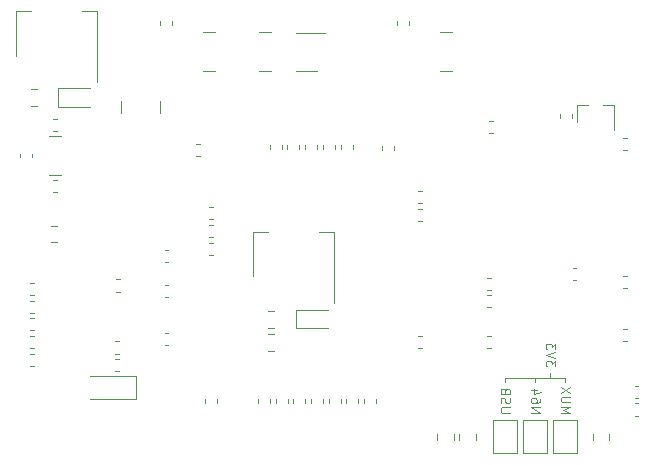
<source format=gbr>
G04 #@! TF.GenerationSoftware,KiCad,Pcbnew,(5.1.6-0-10_14)*
G04 #@! TF.CreationDate,2020-08-15T08:11:16-07:00*
G04 #@! TF.ProjectId,fpga-ice40,66706761-2d69-4636-9534-302e6b696361,r0.1*
G04 #@! TF.SameCoordinates,Original*
G04 #@! TF.FileFunction,Legend,Bot*
G04 #@! TF.FilePolarity,Positive*
%FSLAX46Y46*%
G04 Gerber Fmt 4.6, Leading zero omitted, Abs format (unit mm)*
G04 Created by KiCad (PCBNEW (5.1.6-0-10_14)) date 2020-08-15 08:11:16*
%MOMM*%
%LPD*%
G01*
G04 APERTURE LIST*
%ADD10C,0.120000*%
G04 APERTURE END LIST*
D10*
X182775000Y-103800000D02*
X182775000Y-103400000D01*
X181500000Y-104200000D02*
X181500000Y-103800000D01*
X183213095Y-102857714D02*
X183213095Y-102362476D01*
X182908333Y-102629142D01*
X182908333Y-102514857D01*
X182870238Y-102438666D01*
X182832142Y-102400571D01*
X182755952Y-102362476D01*
X182565476Y-102362476D01*
X182489285Y-102400571D01*
X182451190Y-102438666D01*
X182413095Y-102514857D01*
X182413095Y-102743428D01*
X182451190Y-102819619D01*
X182489285Y-102857714D01*
X183213095Y-102133904D02*
X182413095Y-101867238D01*
X183213095Y-101600571D01*
X183213095Y-101410095D02*
X183213095Y-100914857D01*
X182908333Y-101181523D01*
X182908333Y-101067238D01*
X182870238Y-100991047D01*
X182832142Y-100952952D01*
X182755952Y-100914857D01*
X182565476Y-100914857D01*
X182489285Y-100952952D01*
X182451190Y-100991047D01*
X182413095Y-101067238D01*
X182413095Y-101295809D01*
X182451190Y-101372000D01*
X182489285Y-101410095D01*
X184050000Y-103800000D02*
X184050000Y-104200000D01*
X178950000Y-103800000D02*
X184050000Y-103800000D01*
X178950000Y-104200000D02*
X178950000Y-103800000D01*
X183688095Y-106781523D02*
X184488095Y-106781523D01*
X183916666Y-106514857D01*
X184488095Y-106248190D01*
X183688095Y-106248190D01*
X184488095Y-105867238D02*
X183840476Y-105867238D01*
X183764285Y-105829142D01*
X183726190Y-105791047D01*
X183688095Y-105714857D01*
X183688095Y-105562476D01*
X183726190Y-105486285D01*
X183764285Y-105448190D01*
X183840476Y-105410095D01*
X184488095Y-105410095D01*
X184488095Y-105105333D02*
X183688095Y-104572000D01*
X184488095Y-104572000D02*
X183688095Y-105105333D01*
X181138095Y-106781523D02*
X181938095Y-106781523D01*
X181138095Y-106324380D01*
X181938095Y-106324380D01*
X181938095Y-105600571D02*
X181938095Y-105752952D01*
X181900000Y-105829142D01*
X181861904Y-105867238D01*
X181747619Y-105943428D01*
X181595238Y-105981523D01*
X181290476Y-105981523D01*
X181214285Y-105943428D01*
X181176190Y-105905333D01*
X181138095Y-105829142D01*
X181138095Y-105676761D01*
X181176190Y-105600571D01*
X181214285Y-105562476D01*
X181290476Y-105524380D01*
X181480952Y-105524380D01*
X181557142Y-105562476D01*
X181595238Y-105600571D01*
X181633333Y-105676761D01*
X181633333Y-105829142D01*
X181595238Y-105905333D01*
X181557142Y-105943428D01*
X181480952Y-105981523D01*
X181671428Y-104838666D02*
X181138095Y-104838666D01*
X181976190Y-105029142D02*
X181404761Y-105219619D01*
X181404761Y-104724380D01*
X179388095Y-106781523D02*
X178740476Y-106781523D01*
X178664285Y-106743428D01*
X178626190Y-106705333D01*
X178588095Y-106629142D01*
X178588095Y-106476761D01*
X178626190Y-106400571D01*
X178664285Y-106362476D01*
X178740476Y-106324380D01*
X179388095Y-106324380D01*
X178626190Y-105981523D02*
X178588095Y-105867238D01*
X178588095Y-105676761D01*
X178626190Y-105600571D01*
X178664285Y-105562476D01*
X178740476Y-105524380D01*
X178816666Y-105524380D01*
X178892857Y-105562476D01*
X178930952Y-105600571D01*
X178969047Y-105676761D01*
X179007142Y-105829142D01*
X179045238Y-105905333D01*
X179083333Y-105943428D01*
X179159523Y-105981523D01*
X179235714Y-105981523D01*
X179311904Y-105943428D01*
X179350000Y-105905333D01*
X179388095Y-105829142D01*
X179388095Y-105638666D01*
X179350000Y-105524380D01*
X179007142Y-104914857D02*
X178969047Y-104800571D01*
X178930952Y-104762476D01*
X178854761Y-104724380D01*
X178740476Y-104724380D01*
X178664285Y-104762476D01*
X178626190Y-104800571D01*
X178588095Y-104876761D01*
X178588095Y-105181523D01*
X179388095Y-105181523D01*
X179388095Y-104914857D01*
X179350000Y-104838666D01*
X179311904Y-104800571D01*
X179235714Y-104762476D01*
X179159523Y-104762476D01*
X179083333Y-104800571D01*
X179045238Y-104838666D01*
X179007142Y-104914857D01*
X179007142Y-105181523D01*
X177762779Y-95340000D02*
X177437221Y-95340000D01*
X177762779Y-96360000D02*
X177437221Y-96360000D01*
X185012779Y-94540000D02*
X184687221Y-94540000D01*
X185012779Y-95560000D02*
X184687221Y-95560000D01*
X189937221Y-107010000D02*
X190262779Y-107010000D01*
X189937221Y-105990000D02*
X190262779Y-105990000D01*
X177950000Y-110200000D02*
X179950000Y-110200000D01*
X177950000Y-107400000D02*
X177950000Y-110200000D01*
X179950000Y-107400000D02*
X177950000Y-107400000D01*
X179950000Y-110200000D02*
X179950000Y-107400000D01*
X180500000Y-110200000D02*
X182500000Y-110200000D01*
X180500000Y-107400000D02*
X180500000Y-110200000D01*
X182500000Y-107400000D02*
X180500000Y-107400000D01*
X182500000Y-110200000D02*
X182500000Y-107400000D01*
X183050000Y-110200000D02*
X185050000Y-110200000D01*
X183050000Y-107400000D02*
X183050000Y-110200000D01*
X185050000Y-107400000D02*
X183050000Y-107400000D01*
X185050000Y-110200000D02*
X185050000Y-107400000D01*
X187810000Y-109058578D02*
X187810000Y-108541422D01*
X186390000Y-109058578D02*
X186390000Y-108541422D01*
X145987221Y-101760000D02*
X146312779Y-101760000D01*
X145987221Y-100740000D02*
X146312779Y-100740000D01*
X163950000Y-99635000D02*
X161240000Y-99635000D01*
X161240000Y-99635000D02*
X161240000Y-98065000D01*
X161240000Y-98065000D02*
X163950000Y-98065000D01*
X143850000Y-80885000D02*
X141140000Y-80885000D01*
X141140000Y-80885000D02*
X141140000Y-79315000D01*
X141140000Y-79315000D02*
X143850000Y-79315000D01*
X154212779Y-89390000D02*
X153887221Y-89390000D01*
X154212779Y-90410000D02*
X153887221Y-90410000D01*
X140491422Y-92360000D02*
X141008578Y-92360000D01*
X140491422Y-90940000D02*
X141008578Y-90940000D01*
X159408578Y-98140000D02*
X158891422Y-98140000D01*
X159408578Y-99560000D02*
X158891422Y-99560000D01*
X139358578Y-79390000D02*
X138841422Y-79390000D01*
X139358578Y-80810000D02*
X138841422Y-80810000D01*
X138787221Y-102810000D02*
X139112779Y-102810000D01*
X138787221Y-101790000D02*
X139112779Y-101790000D01*
X177962779Y-82090000D02*
X177637221Y-82090000D01*
X177962779Y-83110000D02*
X177637221Y-83110000D01*
X165540000Y-105587221D02*
X165540000Y-105912779D01*
X166560000Y-105587221D02*
X166560000Y-105912779D01*
X167040000Y-105587221D02*
X167040000Y-105912779D01*
X168060000Y-105587221D02*
X168060000Y-105912779D01*
X140687221Y-88110000D02*
X141012779Y-88110000D01*
X140687221Y-87090000D02*
X141012779Y-87090000D01*
X147700000Y-103650000D02*
X147700000Y-105650000D01*
X147700000Y-105650000D02*
X143850000Y-105650000D01*
X147700000Y-103650000D02*
X143850000Y-103650000D01*
X158150000Y-77882000D02*
X159150000Y-77882000D01*
X158150000Y-74522000D02*
X159150000Y-74522000D01*
X174500000Y-74520000D02*
X173500000Y-74520000D01*
X174500000Y-77880000D02*
X173500000Y-77880000D01*
X163050000Y-77810000D02*
X161250000Y-77810000D01*
X161250000Y-74590000D02*
X163700000Y-74590000D01*
X176510000Y-109058578D02*
X176510000Y-108541422D01*
X175090000Y-109058578D02*
X175090000Y-108541422D01*
X149780000Y-81400000D02*
X149780000Y-80400000D01*
X146420000Y-81400000D02*
X146420000Y-80400000D01*
X139112779Y-97290000D02*
X138787221Y-97290000D01*
X139112779Y-98310000D02*
X138787221Y-98310000D01*
X184660000Y-81812779D02*
X184660000Y-81487221D01*
X183640000Y-81812779D02*
X183640000Y-81487221D01*
X185070000Y-80690000D02*
X186000000Y-80690000D01*
X188230000Y-80690000D02*
X187300000Y-80690000D01*
X188230000Y-80690000D02*
X188230000Y-82850000D01*
X185070000Y-80690000D02*
X185070000Y-82150000D01*
X159408578Y-100090000D02*
X158891422Y-100090000D01*
X159408578Y-101510000D02*
X158891422Y-101510000D01*
X157640000Y-91440000D02*
X158900000Y-91440000D01*
X164460000Y-91440000D02*
X163200000Y-91440000D01*
X157640000Y-95200000D02*
X157640000Y-91440000D01*
X164460000Y-97450000D02*
X164460000Y-91440000D01*
X137590000Y-72790000D02*
X138850000Y-72790000D01*
X144410000Y-72790000D02*
X143150000Y-72790000D01*
X137590000Y-76550000D02*
X137590000Y-72790000D01*
X144410000Y-78800000D02*
X144410000Y-72790000D01*
X174610000Y-109058578D02*
X174610000Y-108541422D01*
X173190000Y-109058578D02*
X173190000Y-108541422D01*
X138787221Y-101310000D02*
X139112779Y-101310000D01*
X138787221Y-100290000D02*
X139112779Y-100290000D01*
X139112779Y-98790000D02*
X138787221Y-98790000D01*
X139112779Y-99810000D02*
X138787221Y-99810000D01*
X154212779Y-90890000D02*
X153887221Y-90890000D01*
X154212779Y-91910000D02*
X153887221Y-91910000D01*
X154212779Y-92390000D02*
X153887221Y-92390000D01*
X154212779Y-93410000D02*
X153887221Y-93410000D01*
X146312779Y-102240000D02*
X145987221Y-102240000D01*
X146312779Y-103260000D02*
X145987221Y-103260000D01*
X152837221Y-85060000D02*
X153162779Y-85060000D01*
X152837221Y-84040000D02*
X153162779Y-84040000D01*
X146362779Y-95490000D02*
X146037221Y-95490000D01*
X146362779Y-96510000D02*
X146037221Y-96510000D01*
X139112779Y-95790000D02*
X138787221Y-95790000D01*
X139112779Y-96810000D02*
X138787221Y-96810000D01*
X162060000Y-105587221D02*
X162060000Y-105912779D01*
X161040000Y-105587221D02*
X161040000Y-105912779D01*
X140350000Y-86680000D02*
X141350000Y-86680000D01*
X140350000Y-83320000D02*
X141350000Y-83320000D01*
X154418000Y-74522000D02*
X153418000Y-74522000D01*
X154418000Y-77882000D02*
X153418000Y-77882000D01*
X162540000Y-105912779D02*
X162540000Y-105587221D01*
X163560000Y-105912779D02*
X163560000Y-105587221D01*
X161560000Y-84087221D02*
X161560000Y-84412779D01*
X160540000Y-84087221D02*
X160540000Y-84412779D01*
X140687221Y-81890000D02*
X141012779Y-81890000D01*
X140687221Y-82910000D02*
X141012779Y-82910000D01*
X160560000Y-105587221D02*
X160560000Y-105912779D01*
X159540000Y-105587221D02*
X159540000Y-105912779D01*
X137940000Y-85162779D02*
X137940000Y-84837221D01*
X138960000Y-85162779D02*
X138960000Y-84837221D01*
X169840000Y-73637221D02*
X169840000Y-73962779D01*
X170860000Y-73637221D02*
X170860000Y-73962779D01*
X149790000Y-73637221D02*
X149790000Y-73962779D01*
X150810000Y-73637221D02*
X150810000Y-73962779D01*
X177762779Y-97860000D02*
X177437221Y-97860000D01*
X177762779Y-96840000D02*
X177437221Y-96840000D01*
X177762779Y-101260000D02*
X177437221Y-101260000D01*
X177762779Y-100240000D02*
X177437221Y-100240000D01*
X188937221Y-100710000D02*
X189262779Y-100710000D01*
X188937221Y-99690000D02*
X189262779Y-99690000D01*
X189937221Y-105510000D02*
X190262779Y-105510000D01*
X189937221Y-104490000D02*
X190262779Y-104490000D01*
X188937221Y-83490000D02*
X189262779Y-83490000D01*
X188937221Y-84510000D02*
X189262779Y-84510000D01*
X188937221Y-96210000D02*
X189262779Y-96210000D01*
X188937221Y-95190000D02*
X189262779Y-95190000D01*
X171637221Y-89010000D02*
X171962779Y-89010000D01*
X171637221Y-87990000D02*
X171962779Y-87990000D01*
X171587221Y-101260000D02*
X171912779Y-101260000D01*
X171587221Y-100240000D02*
X171912779Y-100240000D01*
X159040000Y-84412779D02*
X159040000Y-84087221D01*
X160060000Y-84412779D02*
X160060000Y-84087221D01*
X166060000Y-84412779D02*
X166060000Y-84087221D01*
X165040000Y-84412779D02*
X165040000Y-84087221D01*
X150462779Y-99990000D02*
X150137221Y-99990000D01*
X150462779Y-101010000D02*
X150137221Y-101010000D01*
X150462779Y-92990000D02*
X150137221Y-92990000D01*
X150462779Y-94010000D02*
X150137221Y-94010000D01*
X164040000Y-105587221D02*
X164040000Y-105912779D01*
X165060000Y-105587221D02*
X165060000Y-105912779D01*
X158040000Y-105587221D02*
X158040000Y-105912779D01*
X159060000Y-105587221D02*
X159060000Y-105912779D01*
X163060000Y-84412779D02*
X163060000Y-84087221D01*
X162040000Y-84412779D02*
X162040000Y-84087221D01*
X164560000Y-84412779D02*
X164560000Y-84087221D01*
X163540000Y-84412779D02*
X163540000Y-84087221D01*
X153540000Y-105587221D02*
X153540000Y-105912779D01*
X154560000Y-105587221D02*
X154560000Y-105912779D01*
X150462779Y-95990000D02*
X150137221Y-95990000D01*
X150462779Y-97010000D02*
X150137221Y-97010000D01*
X169560000Y-84494779D02*
X169560000Y-84169221D01*
X168540000Y-84494779D02*
X168540000Y-84169221D01*
X171637221Y-90510000D02*
X171962779Y-90510000D01*
X171637221Y-89490000D02*
X171962779Y-89490000D01*
M02*

</source>
